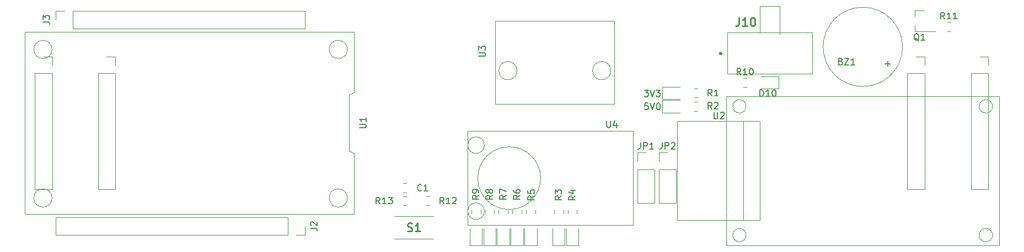
<source format=gbr>
G04 #@! TF.GenerationSoftware,KiCad,Pcbnew,(5.1.4)-1*
G04 #@! TF.CreationDate,2021-01-03T10:51:31-08:00*
G04 #@! TF.ProjectId,BOMPanelClipon,424f4d50-616e-4656-9c43-6c69706f6e2e,rev?*
G04 #@! TF.SameCoordinates,Original*
G04 #@! TF.FileFunction,Legend,Top*
G04 #@! TF.FilePolarity,Positive*
%FSLAX46Y46*%
G04 Gerber Fmt 4.6, Leading zero omitted, Abs format (unit mm)*
G04 Created by KiCad (PCBNEW (5.1.4)-1) date 2021-01-03 10:51:31*
%MOMM*%
%LPD*%
G04 APERTURE LIST*
%ADD10C,0.150000*%
%ADD11C,0.120000*%
%ADD12C,0.100000*%
%ADD13C,0.400000*%
%ADD14C,0.254000*%
G04 APERTURE END LIST*
D10*
X21033333Y3047619D02*
X20557142Y3047619D01*
X20509523Y2571428D01*
X20557142Y2619047D01*
X20652380Y2666666D01*
X20890476Y2666666D01*
X20985714Y2619047D01*
X21033333Y2571428D01*
X21080952Y2476190D01*
X21080952Y2238095D01*
X21033333Y2142857D01*
X20985714Y2095238D01*
X20890476Y2047619D01*
X20652380Y2047619D01*
X20557142Y2095238D01*
X20509523Y2142857D01*
X21366666Y3047619D02*
X21700000Y2047619D01*
X22033333Y3047619D01*
X22557142Y3047619D02*
X22652380Y3047619D01*
X22747619Y3000000D01*
X22795238Y2952380D01*
X22842857Y2857142D01*
X22890476Y2666666D01*
X22890476Y2428571D01*
X22842857Y2238095D01*
X22795238Y2142857D01*
X22747619Y2095238D01*
X22652380Y2047619D01*
X22557142Y2047619D01*
X22461904Y2095238D01*
X22414285Y2142857D01*
X22366666Y2238095D01*
X22319047Y2428571D01*
X22319047Y2666666D01*
X22366666Y2857142D01*
X22414285Y2952380D01*
X22461904Y3000000D01*
X22557142Y3047619D01*
X20461904Y5047619D02*
X21080952Y5047619D01*
X20747619Y4666666D01*
X20890476Y4666666D01*
X20985714Y4619047D01*
X21033333Y4571428D01*
X21080952Y4476190D01*
X21080952Y4238095D01*
X21033333Y4142857D01*
X20985714Y4095238D01*
X20890476Y4047619D01*
X20604761Y4047619D01*
X20509523Y4095238D01*
X20461904Y4142857D01*
X21366666Y5047619D02*
X21700000Y4047619D01*
X22033333Y5047619D01*
X22271428Y5047619D02*
X22890476Y5047619D01*
X22557142Y4666666D01*
X22700000Y4666666D01*
X22795238Y4619047D01*
X22842857Y4571428D01*
X22890476Y4476190D01*
X22890476Y4238095D01*
X22842857Y4142857D01*
X22795238Y4095238D01*
X22700000Y4047619D01*
X22414285Y4047619D01*
X22319047Y4095238D01*
X22271428Y4142857D01*
D11*
X-62100000Y10220000D02*
X-60770000Y10220000D01*
X-60770000Y10220000D02*
X-60770000Y8890000D01*
X-60770000Y7620000D02*
X-60770000Y-10220000D01*
X-63430000Y-10220000D02*
X-60770000Y-10220000D01*
X-63430000Y7620000D02*
X-63430000Y-10220000D01*
X-63430000Y7620000D02*
X-60770000Y7620000D01*
X-16041422Y-9290000D02*
X-16558578Y-9290000D01*
X-16041422Y-10710000D02*
X-16558578Y-10710000D01*
X-16558578Y-12710000D02*
X-16041422Y-12710000D01*
X-16558578Y-11290000D02*
X-16041422Y-11290000D01*
X-12541422Y-12710000D02*
X-13058578Y-12710000D01*
X-12541422Y-11290000D02*
X-13058578Y-11290000D01*
X33020000Y4127500D02*
X74930000Y4127500D01*
X33020000Y-18859500D02*
X74930000Y-18859500D01*
X74930000Y-18859500D02*
X74930000Y4127500D01*
X33020000Y4127500D02*
X33020000Y-18859500D01*
X36068000Y2540000D02*
G75*
G03X36068000Y2540000I-1016000J0D01*
G01*
X73914000Y2540000D02*
G75*
G03X73914000Y2540000I-1016000J0D01*
G01*
X73914000Y-17272000D02*
G75*
G03X73914000Y-17272000I-1016000J0D01*
G01*
X36068000Y-17272000D02*
G75*
G03X36068000Y-17272000I-1016000J0D01*
G01*
X25527000Y254000D02*
X38176200Y254000D01*
X25527000Y-14986000D02*
X38176200Y-14986000D01*
X25527000Y254000D02*
X25527000Y-14986000D01*
X38176200Y254000D02*
X38176200Y-14986000D01*
X35636200Y-14986000D02*
X35636200Y254000D01*
X-24130000Y13995400D02*
X-74676000Y13995400D01*
X-74676000Y13995400D02*
X-74676000Y-13995400D01*
X-74676000Y-13995400D02*
X-24130000Y-13995400D01*
X-24130000Y-13995400D02*
X-24130000Y-4699000D01*
X-24130000Y-4699000D02*
X-24892000Y-4318000D01*
X-24892000Y-4318000D02*
X-24892000Y4318000D01*
X-24130000Y13995400D02*
X-24130000Y4699000D01*
X-24130000Y4699000D02*
X-24892000Y4318000D01*
X-25146000Y-11557000D02*
G75*
G03X-25146000Y-11557000I-1397000J0D01*
G01*
X-70485000Y-11557000D02*
G75*
G03X-70485000Y-11557000I-1397000J0D01*
G01*
X-25146000Y11303000D02*
G75*
G03X-25146000Y11303000I-1397000J0D01*
G01*
X-70485000Y11303000D02*
G75*
G03X-70485000Y11303000I-1397000J0D01*
G01*
X15304250Y8030000D02*
G75*
G03X15304250Y8030000I-1403350J0D01*
G01*
X902450Y8030000D02*
G75*
G03X902450Y8030000I-1403350J0D01*
G01*
X15844000Y2886500D02*
X-2444000Y2886500D01*
X-2444000Y15713500D02*
X15844000Y15713500D01*
X15844000Y15713500D02*
X15844000Y2886500D01*
X-2444000Y15713500D02*
X-2444000Y2886500D01*
X25900000Y5560000D02*
X23215000Y5560000D01*
X23215000Y5560000D02*
X23215000Y3640000D01*
X23215000Y3640000D02*
X25900000Y3640000D01*
X23215000Y1540000D02*
X25900000Y1540000D01*
X23215000Y3460000D02*
X23215000Y1540000D01*
X25900000Y3460000D02*
X23215000Y3460000D01*
X2040000Y-16200000D02*
X2040000Y-18885000D01*
X2040000Y-18885000D02*
X3960000Y-18885000D01*
X3960000Y-18885000D02*
X3960000Y-16200000D01*
X-34290000Y-14545000D02*
X-34290000Y-17205000D01*
X-34290000Y-14545000D02*
X-69910000Y-14545000D01*
X-69910000Y-14545000D02*
X-69910000Y-17205000D01*
X-34290000Y-17205000D02*
X-69910000Y-17205000D01*
X-31690000Y-17205000D02*
X-33020000Y-17205000D01*
X-31690000Y-15875000D02*
X-31690000Y-17205000D01*
X-69910000Y15875000D02*
X-69910000Y17205000D01*
X-69910000Y17205000D02*
X-68580000Y17205000D01*
X-67310000Y17205000D02*
X-31690000Y17205000D01*
X-31690000Y14545000D02*
X-31690000Y17205000D01*
X-67310000Y14545000D02*
X-31690000Y14545000D01*
X-67310000Y14545000D02*
X-67310000Y17205000D01*
X-73130000Y7620000D02*
X-70470000Y7620000D01*
X-73130000Y7620000D02*
X-73130000Y-10220000D01*
X-73130000Y-10220000D02*
X-70470000Y-10220000D01*
X-70470000Y7620000D02*
X-70470000Y-10220000D01*
X-70470000Y10220000D02*
X-70470000Y8890000D01*
X-71800000Y10220000D02*
X-70470000Y10220000D01*
X60823800Y7620000D02*
X63483800Y7620000D01*
X60823800Y7620000D02*
X60823800Y-10220000D01*
X60823800Y-10220000D02*
X63483800Y-10220000D01*
X63483800Y7620000D02*
X63483800Y-10220000D01*
X63483800Y10220000D02*
X63483800Y8890000D01*
X62153800Y10220000D02*
X63483800Y10220000D01*
X71932800Y10220000D02*
X73262800Y10220000D01*
X73262800Y10220000D02*
X73262800Y8890000D01*
X73262800Y7620000D02*
X73262800Y-10220000D01*
X70602800Y-10220000D02*
X73262800Y-10220000D01*
X70602800Y7620000D02*
X70602800Y-10220000D01*
X70602800Y7620000D02*
X73262800Y7620000D01*
X28658578Y3890000D02*
X28141422Y3890000D01*
X28658578Y5310000D02*
X28141422Y5310000D01*
X28658578Y1790000D02*
X28141422Y1790000D01*
X28658578Y3210000D02*
X28141422Y3210000D01*
X2290000Y-13441422D02*
X2290000Y-13958578D01*
X3710000Y-13441422D02*
X3710000Y-13958578D01*
X60100000Y11700000D02*
G75*
G03X60100000Y11700000I-6100000J0D01*
G01*
X8260000Y-18885000D02*
X8260000Y-16200000D01*
X6340000Y-18885000D02*
X8260000Y-18885000D01*
X6340000Y-16200000D02*
X6340000Y-18885000D01*
X8440000Y-16200000D02*
X8440000Y-18885000D01*
X8440000Y-18885000D02*
X10360000Y-18885000D01*
X10360000Y-18885000D02*
X10360000Y-16200000D01*
X1860000Y-18885000D02*
X1860000Y-16200000D01*
X-60000Y-18885000D02*
X1860000Y-18885000D01*
X-60000Y-16200000D02*
X-60000Y-18885000D01*
X-2160000Y-16200000D02*
X-2160000Y-18885000D01*
X-2160000Y-18885000D02*
X-240000Y-18885000D01*
X-240000Y-18885000D02*
X-240000Y-16200000D01*
X-4260000Y-16200000D02*
X-4260000Y-18885000D01*
X-4260000Y-18885000D02*
X-2340000Y-18885000D01*
X-2340000Y-18885000D02*
X-2340000Y-16200000D01*
X-6360000Y-16200000D02*
X-6360000Y-18885000D01*
X-6360000Y-18885000D02*
X-4440000Y-18885000D01*
X-4440000Y-18885000D02*
X-4440000Y-16200000D01*
X41085000Y7160000D02*
X38400000Y7160000D01*
X41085000Y5240000D02*
X41085000Y7160000D01*
X38400000Y5240000D02*
X41085000Y5240000D01*
D12*
X33215000Y13875000D02*
X46200000Y13875000D01*
X46200000Y13875000D02*
X46200000Y7525000D01*
X46200000Y7525000D02*
X33215000Y7525000D01*
X33215000Y7525000D02*
X33215000Y13875000D01*
X38200000Y13875000D02*
X38200000Y17940000D01*
X38200000Y17940000D02*
X41200000Y17940000D01*
X41200000Y17940000D02*
X41200000Y13700000D01*
D13*
X32200000Y10700000D02*
X32200000Y10700000D01*
X32100000Y10700000D02*
X32100000Y10700000D01*
X32100000Y10700000D02*
G75*
G02X32200000Y10700000I50000J0D01*
G01*
X32200000Y10700000D02*
G75*
G02X32100000Y10700000I-50000J0D01*
G01*
D11*
X19370000Y-12310000D02*
X22030000Y-12310000D01*
X19370000Y-7170000D02*
X19370000Y-12310000D01*
X22030000Y-7170000D02*
X22030000Y-12310000D01*
X19370000Y-7170000D02*
X22030000Y-7170000D01*
X19370000Y-5900000D02*
X19370000Y-4570000D01*
X19370000Y-4570000D02*
X20700000Y-4570000D01*
X22670000Y-4570000D02*
X24000000Y-4570000D01*
X22670000Y-5900000D02*
X22670000Y-4570000D01*
X22670000Y-7170000D02*
X25330000Y-7170000D01*
X25330000Y-7170000D02*
X25330000Y-12310000D01*
X22670000Y-7170000D02*
X22670000Y-12310000D01*
X22670000Y-12310000D02*
X25330000Y-12310000D01*
X61940000Y17280000D02*
X61940000Y16350000D01*
X61940000Y14120000D02*
X61940000Y15050000D01*
X61940000Y14120000D02*
X65100000Y14120000D01*
X61940000Y17280000D02*
X63400000Y17280000D01*
X6590000Y-13441422D02*
X6590000Y-13958578D01*
X8010000Y-13441422D02*
X8010000Y-13958578D01*
X10110000Y-13441422D02*
X10110000Y-13958578D01*
X8690000Y-13441422D02*
X8690000Y-13958578D01*
X66941422Y14090000D02*
X67458578Y14090000D01*
X66941422Y15510000D02*
X67458578Y15510000D01*
X1610000Y-13441422D02*
X1610000Y-13958578D01*
X190000Y-13441422D02*
X190000Y-13958578D01*
X-1910000Y-13441422D02*
X-1910000Y-13958578D01*
X-490000Y-13441422D02*
X-490000Y-13958578D01*
X-2590000Y-13441422D02*
X-2590000Y-13958578D01*
X-4010000Y-13441422D02*
X-4010000Y-13958578D01*
X-6110000Y-13441422D02*
X-6110000Y-13958578D01*
X-4690000Y-13441422D02*
X-4690000Y-13958578D01*
X35641422Y6910000D02*
X36158578Y6910000D01*
X35641422Y5490000D02*
X36158578Y5490000D01*
X18750000Y-1261000D02*
X-6650000Y-1261000D01*
X18750000Y-1261000D02*
X18750000Y-15739000D01*
X-6650000Y-15739000D02*
X18750000Y-15739000D01*
X-6650000Y-15739000D02*
X-6650000Y-1261000D01*
X4526000Y-8500000D02*
G75*
G03X4526000Y-8500000I-4826000J0D01*
G01*
X-4110000Y-3420000D02*
G75*
G03X-4110000Y-3420000I-1270000J0D01*
G01*
X-4110000Y-13580000D02*
G75*
G03X-4110000Y-13580000I-1270000J0D01*
G01*
D12*
X-17950000Y-14350000D02*
X-11950000Y-14350000D01*
X-17950000Y-17850000D02*
X-11950000Y-17850000D01*
D10*
X-13766666Y-10357142D02*
X-13814285Y-10404761D01*
X-13957142Y-10452380D01*
X-14052380Y-10452380D01*
X-14195238Y-10404761D01*
X-14290476Y-10309523D01*
X-14338095Y-10214285D01*
X-14385714Y-10023809D01*
X-14385714Y-9880952D01*
X-14338095Y-9690476D01*
X-14290476Y-9595238D01*
X-14195238Y-9500000D01*
X-14052380Y-9452380D01*
X-13957142Y-9452380D01*
X-13814285Y-9500000D01*
X-13766666Y-9547619D01*
X-12814285Y-10452380D02*
X-13385714Y-10452380D01*
X-13100000Y-10452380D02*
X-13100000Y-9452380D01*
X-13195238Y-9595238D01*
X-13290476Y-9690476D01*
X-13385714Y-9738095D01*
X-20142857Y-12452380D02*
X-20476190Y-11976190D01*
X-20714285Y-12452380D02*
X-20714285Y-11452380D01*
X-20333333Y-11452380D01*
X-20238095Y-11500000D01*
X-20190476Y-11547619D01*
X-20142857Y-11642857D01*
X-20142857Y-11785714D01*
X-20190476Y-11880952D01*
X-20238095Y-11928571D01*
X-20333333Y-11976190D01*
X-20714285Y-11976190D01*
X-19190476Y-12452380D02*
X-19761904Y-12452380D01*
X-19476190Y-12452380D02*
X-19476190Y-11452380D01*
X-19571428Y-11595238D01*
X-19666666Y-11690476D01*
X-19761904Y-11738095D01*
X-18857142Y-11452380D02*
X-18238095Y-11452380D01*
X-18571428Y-11833333D01*
X-18428571Y-11833333D01*
X-18333333Y-11880952D01*
X-18285714Y-11928571D01*
X-18238095Y-12023809D01*
X-18238095Y-12261904D01*
X-18285714Y-12357142D01*
X-18333333Y-12404761D01*
X-18428571Y-12452380D01*
X-18714285Y-12452380D01*
X-18809523Y-12404761D01*
X-18857142Y-12357142D01*
X-10342857Y-12452380D02*
X-10676190Y-11976190D01*
X-10914285Y-12452380D02*
X-10914285Y-11452380D01*
X-10533333Y-11452380D01*
X-10438095Y-11500000D01*
X-10390476Y-11547619D01*
X-10342857Y-11642857D01*
X-10342857Y-11785714D01*
X-10390476Y-11880952D01*
X-10438095Y-11928571D01*
X-10533333Y-11976190D01*
X-10914285Y-11976190D01*
X-9390476Y-12452380D02*
X-9961904Y-12452380D01*
X-9676190Y-12452380D02*
X-9676190Y-11452380D01*
X-9771428Y-11595238D01*
X-9866666Y-11690476D01*
X-9961904Y-11738095D01*
X-9009523Y-11547619D02*
X-8961904Y-11500000D01*
X-8866666Y-11452380D01*
X-8628571Y-11452380D01*
X-8533333Y-11500000D01*
X-8485714Y-11547619D01*
X-8438095Y-11642857D01*
X-8438095Y-11738095D01*
X-8485714Y-11880952D01*
X-9057142Y-12452380D01*
X-8438095Y-12452380D01*
X31138095Y1647619D02*
X31138095Y838095D01*
X31185714Y742857D01*
X31233333Y695238D01*
X31328571Y647619D01*
X31519047Y647619D01*
X31614285Y695238D01*
X31661904Y742857D01*
X31709523Y838095D01*
X31709523Y1647619D01*
X32138095Y1552380D02*
X32185714Y1600000D01*
X32280952Y1647619D01*
X32519047Y1647619D01*
X32614285Y1600000D01*
X32661904Y1552380D01*
X32709523Y1457142D01*
X32709523Y1361904D01*
X32661904Y1219047D01*
X32090476Y647619D01*
X32709523Y647619D01*
X-23277619Y-761904D02*
X-22468095Y-761904D01*
X-22372857Y-714285D01*
X-22325238Y-666666D01*
X-22277619Y-571428D01*
X-22277619Y-380952D01*
X-22325238Y-285714D01*
X-22372857Y-238095D01*
X-22468095Y-190476D01*
X-23277619Y-190476D01*
X-22277619Y809523D02*
X-22277619Y238095D01*
X-22277619Y523809D02*
X-23277619Y523809D01*
X-23134761Y428571D01*
X-23039523Y333333D01*
X-22991904Y238095D01*
X-4947619Y10238095D02*
X-4138095Y10238095D01*
X-4042857Y10285714D01*
X-3995238Y10333333D01*
X-3947619Y10428571D01*
X-3947619Y10619047D01*
X-3995238Y10714285D01*
X-4042857Y10761904D01*
X-4138095Y10809523D01*
X-4947619Y10809523D01*
X-4947619Y11190476D02*
X-4947619Y11809523D01*
X-4566666Y11476190D01*
X-4566666Y11619047D01*
X-4519047Y11714285D01*
X-4471428Y11761904D01*
X-4376190Y11809523D01*
X-4138095Y11809523D01*
X-4042857Y11761904D01*
X-3995238Y11714285D01*
X-3947619Y11619047D01*
X-3947619Y11333333D01*
X-3995238Y11238095D01*
X-4042857Y11190476D01*
X-30797619Y-16208333D02*
X-30083333Y-16208333D01*
X-29940476Y-16255952D01*
X-29845238Y-16351190D01*
X-29797619Y-16494047D01*
X-29797619Y-16589285D01*
X-30702380Y-15779761D02*
X-30750000Y-15732142D01*
X-30797619Y-15636904D01*
X-30797619Y-15398809D01*
X-30750000Y-15303571D01*
X-30702380Y-15255952D01*
X-30607142Y-15208333D01*
X-30511904Y-15208333D01*
X-30369047Y-15255952D01*
X-29797619Y-15827380D01*
X-29797619Y-15208333D01*
X-71897619Y15541666D02*
X-71183333Y15541666D01*
X-71040476Y15494047D01*
X-70945238Y15398809D01*
X-70897619Y15255952D01*
X-70897619Y15160714D01*
X-71897619Y15922619D02*
X-71897619Y16541666D01*
X-71516666Y16208333D01*
X-71516666Y16351190D01*
X-71469047Y16446428D01*
X-71421428Y16494047D01*
X-71326190Y16541666D01*
X-71088095Y16541666D01*
X-70992857Y16494047D01*
X-70945238Y16446428D01*
X-70897619Y16351190D01*
X-70897619Y16065476D01*
X-70945238Y15970238D01*
X-70992857Y15922619D01*
X30833333Y4147619D02*
X30500000Y4623809D01*
X30261904Y4147619D02*
X30261904Y5147619D01*
X30642857Y5147619D01*
X30738095Y5100000D01*
X30785714Y5052380D01*
X30833333Y4957142D01*
X30833333Y4814285D01*
X30785714Y4719047D01*
X30738095Y4671428D01*
X30642857Y4623809D01*
X30261904Y4623809D01*
X31785714Y4147619D02*
X31214285Y4147619D01*
X31500000Y4147619D02*
X31500000Y5147619D01*
X31404761Y5004761D01*
X31309523Y4909523D01*
X31214285Y4861904D01*
X30833333Y2147619D02*
X30500000Y2623809D01*
X30261904Y2147619D02*
X30261904Y3147619D01*
X30642857Y3147619D01*
X30738095Y3100000D01*
X30785714Y3052380D01*
X30833333Y2957142D01*
X30833333Y2814285D01*
X30785714Y2719047D01*
X30738095Y2671428D01*
X30642857Y2623809D01*
X30261904Y2623809D01*
X31214285Y3052380D02*
X31261904Y3100000D01*
X31357142Y3147619D01*
X31595238Y3147619D01*
X31690476Y3100000D01*
X31738095Y3052380D01*
X31785714Y2957142D01*
X31785714Y2861904D01*
X31738095Y2719047D01*
X31166666Y2147619D01*
X31785714Y2147619D01*
X3552380Y-11266666D02*
X3076190Y-11600000D01*
X3552380Y-11838095D02*
X2552380Y-11838095D01*
X2552380Y-11457142D01*
X2600000Y-11361904D01*
X2647619Y-11314285D01*
X2742857Y-11266666D01*
X2885714Y-11266666D01*
X2980952Y-11314285D01*
X3028571Y-11361904D01*
X3076190Y-11457142D01*
X3076190Y-11838095D01*
X2552380Y-10361904D02*
X2552380Y-10838095D01*
X3028571Y-10885714D01*
X2980952Y-10838095D01*
X2933333Y-10742857D01*
X2933333Y-10504761D01*
X2980952Y-10409523D01*
X3028571Y-10361904D01*
X3123809Y-10314285D01*
X3361904Y-10314285D01*
X3457142Y-10361904D01*
X3504761Y-10409523D01*
X3552380Y-10504761D01*
X3552380Y-10742857D01*
X3504761Y-10838095D01*
X3457142Y-10885714D01*
X50619047Y9471428D02*
X50761904Y9423809D01*
X50809523Y9376190D01*
X50857142Y9280952D01*
X50857142Y9138095D01*
X50809523Y9042857D01*
X50761904Y8995238D01*
X50666666Y8947619D01*
X50285714Y8947619D01*
X50285714Y9947619D01*
X50619047Y9947619D01*
X50714285Y9900000D01*
X50761904Y9852380D01*
X50809523Y9757142D01*
X50809523Y9661904D01*
X50761904Y9566666D01*
X50714285Y9519047D01*
X50619047Y9471428D01*
X50285714Y9471428D01*
X51190476Y9947619D02*
X51857142Y9947619D01*
X51190476Y8947619D01*
X51857142Y8947619D01*
X52761904Y8947619D02*
X52190476Y8947619D01*
X52476190Y8947619D02*
X52476190Y9947619D01*
X52380952Y9804761D01*
X52285714Y9709523D01*
X52190476Y9661904D01*
X57429047Y9088571D02*
X58190952Y9088571D01*
X57810000Y8707619D02*
X57810000Y9469523D01*
X38185714Y4097619D02*
X38185714Y5097619D01*
X38423809Y5097619D01*
X38566666Y5050000D01*
X38661904Y4954761D01*
X38709523Y4859523D01*
X38757142Y4669047D01*
X38757142Y4526190D01*
X38709523Y4335714D01*
X38661904Y4240476D01*
X38566666Y4145238D01*
X38423809Y4097619D01*
X38185714Y4097619D01*
X39709523Y4097619D02*
X39138095Y4097619D01*
X39423809Y4097619D02*
X39423809Y5097619D01*
X39328571Y4954761D01*
X39233333Y4859523D01*
X39138095Y4811904D01*
X40328571Y5097619D02*
X40423809Y5097619D01*
X40519047Y5050000D01*
X40566666Y5002380D01*
X40614285Y4907142D01*
X40661904Y4716666D01*
X40661904Y4478571D01*
X40614285Y4288095D01*
X40566666Y4192857D01*
X40519047Y4145238D01*
X40423809Y4097619D01*
X40328571Y4097619D01*
X40233333Y4145238D01*
X40185714Y4192857D01*
X40138095Y4288095D01*
X40090476Y4478571D01*
X40090476Y4716666D01*
X40138095Y4907142D01*
X40185714Y5002380D01*
X40233333Y5050000D01*
X40328571Y5097619D01*
D14*
X34971904Y16195476D02*
X34971904Y15288333D01*
X34911428Y15106904D01*
X34790476Y14985952D01*
X34609047Y14925476D01*
X34488095Y14925476D01*
X36241904Y14925476D02*
X35516190Y14925476D01*
X35879047Y14925476D02*
X35879047Y16195476D01*
X35758095Y16014047D01*
X35637142Y15893095D01*
X35516190Y15832619D01*
X37028095Y16195476D02*
X37149047Y16195476D01*
X37270000Y16135000D01*
X37330476Y16074523D01*
X37390952Y15953571D01*
X37451428Y15711666D01*
X37451428Y15409285D01*
X37390952Y15167380D01*
X37330476Y15046428D01*
X37270000Y14985952D01*
X37149047Y14925476D01*
X37028095Y14925476D01*
X36907142Y14985952D01*
X36846666Y15046428D01*
X36786190Y15167380D01*
X36725714Y15409285D01*
X36725714Y15711666D01*
X36786190Y15953571D01*
X36846666Y16074523D01*
X36907142Y16135000D01*
X37028095Y16195476D01*
D10*
X19866666Y-3022380D02*
X19866666Y-3736666D01*
X19819047Y-3879523D01*
X19723809Y-3974761D01*
X19580952Y-4022380D01*
X19485714Y-4022380D01*
X20342857Y-4022380D02*
X20342857Y-3022380D01*
X20723809Y-3022380D01*
X20819047Y-3070000D01*
X20866666Y-3117619D01*
X20914285Y-3212857D01*
X20914285Y-3355714D01*
X20866666Y-3450952D01*
X20819047Y-3498571D01*
X20723809Y-3546190D01*
X20342857Y-3546190D01*
X21866666Y-4022380D02*
X21295238Y-4022380D01*
X21580952Y-4022380D02*
X21580952Y-3022380D01*
X21485714Y-3165238D01*
X21390476Y-3260476D01*
X21295238Y-3308095D01*
X23166666Y-3022380D02*
X23166666Y-3736666D01*
X23119047Y-3879523D01*
X23023809Y-3974761D01*
X22880952Y-4022380D01*
X22785714Y-4022380D01*
X23642857Y-4022380D02*
X23642857Y-3022380D01*
X24023809Y-3022380D01*
X24119047Y-3070000D01*
X24166666Y-3117619D01*
X24214285Y-3212857D01*
X24214285Y-3355714D01*
X24166666Y-3450952D01*
X24119047Y-3498571D01*
X24023809Y-3546190D01*
X23642857Y-3546190D01*
X24595238Y-3117619D02*
X24642857Y-3070000D01*
X24738095Y-3022380D01*
X24976190Y-3022380D01*
X25071428Y-3070000D01*
X25119047Y-3117619D01*
X25166666Y-3212857D01*
X25166666Y-3308095D01*
X25119047Y-3450952D01*
X24547619Y-4022380D01*
X25166666Y-4022380D01*
X62604761Y12652380D02*
X62509523Y12700000D01*
X62414285Y12795238D01*
X62271428Y12938095D01*
X62176190Y12985714D01*
X62080952Y12985714D01*
X62128571Y12747619D02*
X62033333Y12795238D01*
X61938095Y12890476D01*
X61890476Y13080952D01*
X61890476Y13414285D01*
X61938095Y13604761D01*
X62033333Y13700000D01*
X62128571Y13747619D01*
X62319047Y13747619D01*
X62414285Y13700000D01*
X62509523Y13604761D01*
X62557142Y13414285D01*
X62557142Y13080952D01*
X62509523Y12890476D01*
X62414285Y12795238D01*
X62319047Y12747619D01*
X62128571Y12747619D01*
X63509523Y12747619D02*
X62938095Y12747619D01*
X63223809Y12747619D02*
X63223809Y13747619D01*
X63128571Y13604761D01*
X63033333Y13509523D01*
X62938095Y13461904D01*
X7752380Y-11266666D02*
X7276190Y-11600000D01*
X7752380Y-11838095D02*
X6752380Y-11838095D01*
X6752380Y-11457142D01*
X6800000Y-11361904D01*
X6847619Y-11314285D01*
X6942857Y-11266666D01*
X7085714Y-11266666D01*
X7180952Y-11314285D01*
X7228571Y-11361904D01*
X7276190Y-11457142D01*
X7276190Y-11838095D01*
X6752380Y-10933333D02*
X6752380Y-10314285D01*
X7133333Y-10647619D01*
X7133333Y-10504761D01*
X7180952Y-10409523D01*
X7228571Y-10361904D01*
X7323809Y-10314285D01*
X7561904Y-10314285D01*
X7657142Y-10361904D01*
X7704761Y-10409523D01*
X7752380Y-10504761D01*
X7752380Y-10790476D01*
X7704761Y-10885714D01*
X7657142Y-10933333D01*
X9852380Y-11266666D02*
X9376190Y-11600000D01*
X9852380Y-11838095D02*
X8852380Y-11838095D01*
X8852380Y-11457142D01*
X8900000Y-11361904D01*
X8947619Y-11314285D01*
X9042857Y-11266666D01*
X9185714Y-11266666D01*
X9280952Y-11314285D01*
X9328571Y-11361904D01*
X9376190Y-11457142D01*
X9376190Y-11838095D01*
X9185714Y-10409523D02*
X9852380Y-10409523D01*
X8804761Y-10647619D02*
X9519047Y-10885714D01*
X9519047Y-10266666D01*
X66557142Y15997619D02*
X66223809Y16473809D01*
X65985714Y15997619D02*
X65985714Y16997619D01*
X66366666Y16997619D01*
X66461904Y16950000D01*
X66509523Y16902380D01*
X66557142Y16807142D01*
X66557142Y16664285D01*
X66509523Y16569047D01*
X66461904Y16521428D01*
X66366666Y16473809D01*
X65985714Y16473809D01*
X67509523Y15997619D02*
X66938095Y15997619D01*
X67223809Y15997619D02*
X67223809Y16997619D01*
X67128571Y16854761D01*
X67033333Y16759523D01*
X66938095Y16711904D01*
X68461904Y15997619D02*
X67890476Y15997619D01*
X68176190Y15997619D02*
X68176190Y16997619D01*
X68080952Y16854761D01*
X67985714Y16759523D01*
X67890476Y16711904D01*
X1352380Y-11166666D02*
X876190Y-11500000D01*
X1352380Y-11738095D02*
X352380Y-11738095D01*
X352380Y-11357142D01*
X400000Y-11261904D01*
X447619Y-11214285D01*
X542857Y-11166666D01*
X685714Y-11166666D01*
X780952Y-11214285D01*
X828571Y-11261904D01*
X876190Y-11357142D01*
X876190Y-11738095D01*
X352380Y-10309523D02*
X352380Y-10500000D01*
X400000Y-10595238D01*
X447619Y-10642857D01*
X590476Y-10738095D01*
X780952Y-10785714D01*
X1161904Y-10785714D01*
X1257142Y-10738095D01*
X1304761Y-10690476D01*
X1352380Y-10595238D01*
X1352380Y-10404761D01*
X1304761Y-10309523D01*
X1257142Y-10261904D01*
X1161904Y-10214285D01*
X923809Y-10214285D01*
X828571Y-10261904D01*
X780952Y-10309523D01*
X733333Y-10404761D01*
X733333Y-10595238D01*
X780952Y-10690476D01*
X828571Y-10738095D01*
X923809Y-10785714D01*
X-747619Y-11166666D02*
X-1223809Y-11500000D01*
X-747619Y-11738095D02*
X-1747619Y-11738095D01*
X-1747619Y-11357142D01*
X-1700000Y-11261904D01*
X-1652380Y-11214285D01*
X-1557142Y-11166666D01*
X-1414285Y-11166666D01*
X-1319047Y-11214285D01*
X-1271428Y-11261904D01*
X-1223809Y-11357142D01*
X-1223809Y-11738095D01*
X-1747619Y-10833333D02*
X-1747619Y-10166666D01*
X-747619Y-10595238D01*
X-2847619Y-11166666D02*
X-3323809Y-11500000D01*
X-2847619Y-11738095D02*
X-3847619Y-11738095D01*
X-3847619Y-11357142D01*
X-3800000Y-11261904D01*
X-3752380Y-11214285D01*
X-3657142Y-11166666D01*
X-3514285Y-11166666D01*
X-3419047Y-11214285D01*
X-3371428Y-11261904D01*
X-3323809Y-11357142D01*
X-3323809Y-11738095D01*
X-3419047Y-10595238D02*
X-3466666Y-10690476D01*
X-3514285Y-10738095D01*
X-3609523Y-10785714D01*
X-3657142Y-10785714D01*
X-3752380Y-10738095D01*
X-3800000Y-10690476D01*
X-3847619Y-10595238D01*
X-3847619Y-10404761D01*
X-3800000Y-10309523D01*
X-3752380Y-10261904D01*
X-3657142Y-10214285D01*
X-3609523Y-10214285D01*
X-3514285Y-10261904D01*
X-3466666Y-10309523D01*
X-3419047Y-10404761D01*
X-3419047Y-10595238D01*
X-3371428Y-10690476D01*
X-3323809Y-10738095D01*
X-3228571Y-10785714D01*
X-3038095Y-10785714D01*
X-2942857Y-10738095D01*
X-2895238Y-10690476D01*
X-2847619Y-10595238D01*
X-2847619Y-10404761D01*
X-2895238Y-10309523D01*
X-2942857Y-10261904D01*
X-3038095Y-10214285D01*
X-3228571Y-10214285D01*
X-3323809Y-10261904D01*
X-3371428Y-10309523D01*
X-3419047Y-10404761D01*
X-4947619Y-11166666D02*
X-5423809Y-11500000D01*
X-4947619Y-11738095D02*
X-5947619Y-11738095D01*
X-5947619Y-11357142D01*
X-5900000Y-11261904D01*
X-5852380Y-11214285D01*
X-5757142Y-11166666D01*
X-5614285Y-11166666D01*
X-5519047Y-11214285D01*
X-5471428Y-11261904D01*
X-5423809Y-11357142D01*
X-5423809Y-11738095D01*
X-4947619Y-10690476D02*
X-4947619Y-10500000D01*
X-4995238Y-10404761D01*
X-5042857Y-10357142D01*
X-5185714Y-10261904D01*
X-5376190Y-10214285D01*
X-5757142Y-10214285D01*
X-5852380Y-10261904D01*
X-5900000Y-10309523D01*
X-5947619Y-10404761D01*
X-5947619Y-10595238D01*
X-5900000Y-10690476D01*
X-5852380Y-10738095D01*
X-5757142Y-10785714D01*
X-5519047Y-10785714D01*
X-5423809Y-10738095D01*
X-5376190Y-10690476D01*
X-5328571Y-10595238D01*
X-5328571Y-10404761D01*
X-5376190Y-10309523D01*
X-5423809Y-10261904D01*
X-5519047Y-10214285D01*
X35257142Y7397619D02*
X34923809Y7873809D01*
X34685714Y7397619D02*
X34685714Y8397619D01*
X35066666Y8397619D01*
X35161904Y8350000D01*
X35209523Y8302380D01*
X35257142Y8207142D01*
X35257142Y8064285D01*
X35209523Y7969047D01*
X35161904Y7921428D01*
X35066666Y7873809D01*
X34685714Y7873809D01*
X36209523Y7397619D02*
X35638095Y7397619D01*
X35923809Y7397619D02*
X35923809Y8397619D01*
X35828571Y8254761D01*
X35733333Y8159523D01*
X35638095Y8111904D01*
X36828571Y8397619D02*
X36923809Y8397619D01*
X37019047Y8350000D01*
X37066666Y8302380D01*
X37114285Y8207142D01*
X37161904Y8016666D01*
X37161904Y7778571D01*
X37114285Y7588095D01*
X37066666Y7492857D01*
X37019047Y7445238D01*
X36923809Y7397619D01*
X36828571Y7397619D01*
X36733333Y7445238D01*
X36685714Y7492857D01*
X36638095Y7588095D01*
X36590476Y7778571D01*
X36590476Y8016666D01*
X36638095Y8207142D01*
X36685714Y8302380D01*
X36733333Y8350000D01*
X36828571Y8397619D01*
X14686095Y302619D02*
X14686095Y-506904D01*
X14733714Y-602142D01*
X14781333Y-649761D01*
X14876571Y-697380D01*
X15067047Y-697380D01*
X15162285Y-649761D01*
X15209904Y-602142D01*
X15257523Y-506904D01*
X15257523Y302619D01*
X16162285Y-30714D02*
X16162285Y-697380D01*
X15924190Y350238D02*
X15686095Y-364047D01*
X16305142Y-364047D01*
D14*
X-15917619Y-16614047D02*
X-15736190Y-16674523D01*
X-15433809Y-16674523D01*
X-15312857Y-16614047D01*
X-15252380Y-16553571D01*
X-15191904Y-16432619D01*
X-15191904Y-16311666D01*
X-15252380Y-16190714D01*
X-15312857Y-16130238D01*
X-15433809Y-16069761D01*
X-15675714Y-16009285D01*
X-15796666Y-15948809D01*
X-15857142Y-15888333D01*
X-15917619Y-15767380D01*
X-15917619Y-15646428D01*
X-15857142Y-15525476D01*
X-15796666Y-15465000D01*
X-15675714Y-15404523D01*
X-15373333Y-15404523D01*
X-15191904Y-15465000D01*
X-13982380Y-16674523D02*
X-14708095Y-16674523D01*
X-14345238Y-16674523D02*
X-14345238Y-15404523D01*
X-14466190Y-15585952D01*
X-14587142Y-15706904D01*
X-14708095Y-15767380D01*
M02*

</source>
